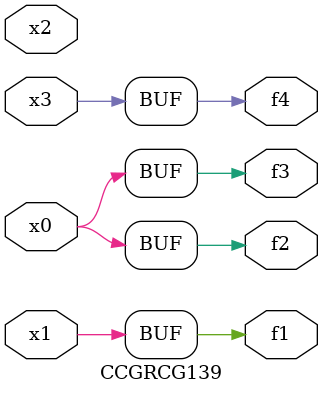
<source format=v>
module CCGRCG139(
	input x0, x1, x2, x3,
	output f1, f2, f3, f4
);
	assign f1 = x1;
	assign f2 = x0;
	assign f3 = x0;
	assign f4 = x3;
endmodule

</source>
